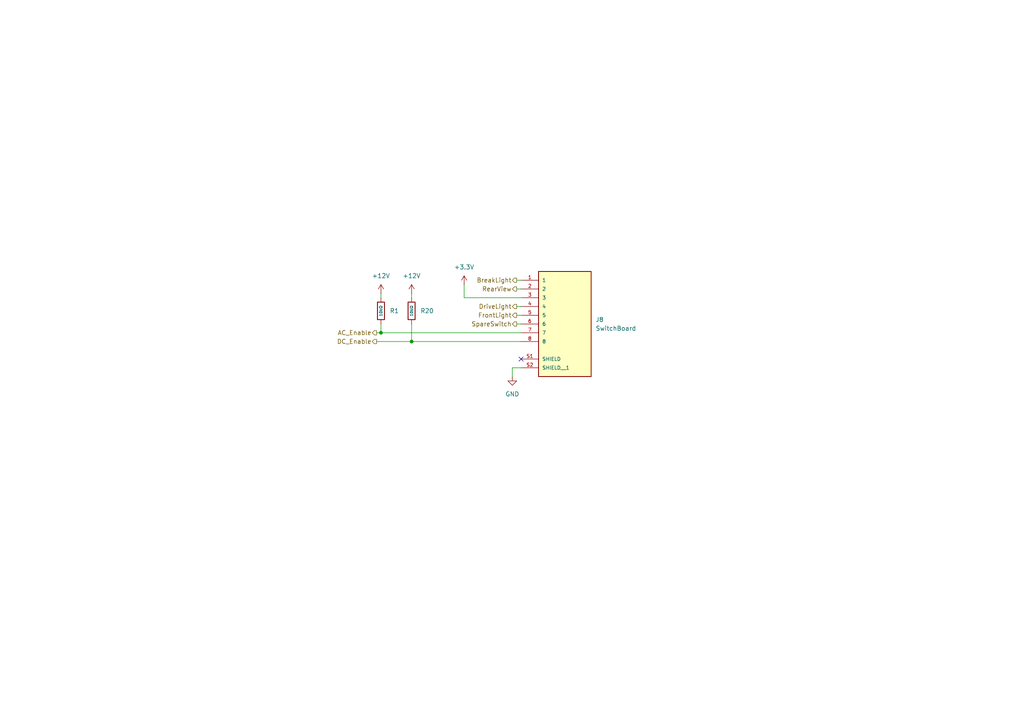
<source format=kicad_sch>
(kicad_sch
	(version 20250114)
	(generator "eeschema")
	(generator_version "9.0")
	(uuid "96fa6e43-7018-463d-8e1f-7b6e3ff9f282")
	(paper "A4")
	(title_block
		(title "Connector to SwitchBoard")
		(date "2025-11-06")
		(rev "0")
		(company "Solar Energy Racers")
	)
	(lib_symbols
		(symbol "Imported_Symbols:CRJ027-1-TH"
			(pin_names
				(offset 1.016)
			)
			(exclude_from_sim no)
			(in_bom yes)
			(on_board yes)
			(property "Reference" "J"
				(at -7.62 13.97 0)
				(effects
					(font
						(size 1.27 1.27)
					)
					(justify left bottom)
				)
			)
			(property "Value" "CRJ027-1-TH"
				(at -7.62 -19.05 0)
				(effects
					(font
						(size 1.27 1.27)
					)
					(justify left top)
				)
			)
			(property "Footprint" "Imported_Footprints:CUI_CRJ027-1-TH"
				(at 0 0 0)
				(effects
					(font
						(size 1.27 1.27)
					)
					(justify bottom)
					(hide yes)
				)
			)
			(property "Datasheet" ""
				(at 0 0 0)
				(effects
					(font
						(size 1.27 1.27)
					)
					(hide yes)
				)
			)
			(property "Description" ""
				(at 0 0 0)
				(effects
					(font
						(size 1.27 1.27)
					)
					(hide yes)
				)
			)
			(property "PARTREV" "1.0"
				(at 0 0 0)
				(effects
					(font
						(size 1.27 1.27)
					)
					(justify bottom)
					(hide yes)
				)
			)
			(property "STANDARD" "Manufacturer Recommendations"
				(at 0 0 0)
				(effects
					(font
						(size 1.27 1.27)
					)
					(justify bottom)
					(hide yes)
				)
			)
			(property "MAXIMUM_PACKAGE_HEIGHT" "16.55mm"
				(at 0 0 0)
				(effects
					(font
						(size 1.27 1.27)
					)
					(justify bottom)
					(hide yes)
				)
			)
			(property "MANUFACTURER" "CUI Devices"
				(at 0 0 0)
				(effects
					(font
						(size 1.27 1.27)
					)
					(justify bottom)
					(hide yes)
				)
			)
			(symbol "CRJ027-1-TH_0_0"
				(rectangle
					(start -7.62 12.7)
					(end 7.62 -17.78)
					(stroke
						(width 0.254)
						(type default)
					)
					(fill
						(type background)
					)
				)
				(pin passive line
					(at -12.7 10.16 0)
					(length 5.08)
					(name "1"
						(effects
							(font
								(size 1.016 1.016)
							)
						)
					)
					(number "1"
						(effects
							(font
								(size 1.016 1.016)
							)
						)
					)
				)
				(pin passive line
					(at -12.7 7.62 0)
					(length 5.08)
					(name "2"
						(effects
							(font
								(size 1.016 1.016)
							)
						)
					)
					(number "2"
						(effects
							(font
								(size 1.016 1.016)
							)
						)
					)
				)
				(pin passive line
					(at -12.7 5.08 0)
					(length 5.08)
					(name "3"
						(effects
							(font
								(size 1.016 1.016)
							)
						)
					)
					(number "3"
						(effects
							(font
								(size 1.016 1.016)
							)
						)
					)
				)
				(pin passive line
					(at -12.7 2.54 0)
					(length 5.08)
					(name "4"
						(effects
							(font
								(size 1.016 1.016)
							)
						)
					)
					(number "4"
						(effects
							(font
								(size 1.016 1.016)
							)
						)
					)
				)
				(pin passive line
					(at -12.7 0 0)
					(length 5.08)
					(name "5"
						(effects
							(font
								(size 1.016 1.016)
							)
						)
					)
					(number "5"
						(effects
							(font
								(size 1.016 1.016)
							)
						)
					)
				)
				(pin passive line
					(at -12.7 -2.54 0)
					(length 5.08)
					(name "6"
						(effects
							(font
								(size 1.016 1.016)
							)
						)
					)
					(number "6"
						(effects
							(font
								(size 1.016 1.016)
							)
						)
					)
				)
				(pin passive line
					(at -12.7 -5.08 0)
					(length 5.08)
					(name "7"
						(effects
							(font
								(size 1.016 1.016)
							)
						)
					)
					(number "7"
						(effects
							(font
								(size 1.016 1.016)
							)
						)
					)
				)
				(pin passive line
					(at -12.7 -7.62 0)
					(length 5.08)
					(name "8"
						(effects
							(font
								(size 1.016 1.016)
							)
						)
					)
					(number "8"
						(effects
							(font
								(size 1.016 1.016)
							)
						)
					)
				)
				(pin passive line
					(at -12.7 -12.7 0)
					(length 5.08)
					(name "SHIELD"
						(effects
							(font
								(size 1.016 1.016)
							)
						)
					)
					(number "S1"
						(effects
							(font
								(size 1.016 1.016)
							)
						)
					)
				)
				(pin passive line
					(at -12.7 -15.24 0)
					(length 5.08)
					(name "SHIELD__1"
						(effects
							(font
								(size 1.016 1.016)
							)
						)
					)
					(number "S2"
						(effects
							(font
								(size 1.016 1.016)
							)
						)
					)
				)
			)
			(embedded_fonts no)
		)
		(symbol "PCM_JLCPCB-Resistors:0603,10kΩ"
			(pin_numbers
				(hide yes)
			)
			(pin_names
				(offset 0)
			)
			(exclude_from_sim no)
			(in_bom yes)
			(on_board yes)
			(property "Reference" "R"
				(at 1.778 0 0)
				(effects
					(font
						(size 1.27 1.27)
					)
					(justify left)
				)
			)
			(property "Value" "10kΩ"
				(at 0 0 90)
				(do_not_autoplace)
				(effects
					(font
						(size 0.8 0.8)
					)
				)
			)
			(property "Footprint" "PCM_JLCPCB:R_0603"
				(at -1.778 0 90)
				(effects
					(font
						(size 1.27 1.27)
					)
					(hide yes)
				)
			)
			(property "Datasheet" "https://www.lcsc.com/datasheet/lcsc_datasheet_2206010045_UNI-ROYAL-Uniroyal-Elec-0603WAF1002T5E_C25804.pdf"
				(at 0 0 0)
				(effects
					(font
						(size 1.27 1.27)
					)
					(hide yes)
				)
			)
			(property "Description" "100mW Thick Film Resistors 75V ±100ppm/°C ±1% 10kΩ 0603 Chip Resistor - Surface Mount ROHS"
				(at 0 0 0)
				(effects
					(font
						(size 1.27 1.27)
					)
					(hide yes)
				)
			)
			(property "LCSC" "C25804"
				(at 0 0 0)
				(effects
					(font
						(size 1.27 1.27)
					)
					(hide yes)
				)
			)
			(property "Stock" "51181774"
				(at 0 0 0)
				(effects
					(font
						(size 1.27 1.27)
					)
					(hide yes)
				)
			)
			(property "Price" "0.004USD"
				(at 0 0 0)
				(effects
					(font
						(size 1.27 1.27)
					)
					(hide yes)
				)
			)
			(property "Process" "SMT"
				(at 0 0 0)
				(effects
					(font
						(size 1.27 1.27)
					)
					(hide yes)
				)
			)
			(property "Minimum Qty" "20"
				(at 0 0 0)
				(effects
					(font
						(size 1.27 1.27)
					)
					(hide yes)
				)
			)
			(property "Attrition Qty" "10"
				(at 0 0 0)
				(effects
					(font
						(size 1.27 1.27)
					)
					(hide yes)
				)
			)
			(property "Class" "Basic Component"
				(at 0 0 0)
				(effects
					(font
						(size 1.27 1.27)
					)
					(hide yes)
				)
			)
			(property "Category" "Resistors,Chip Resistor - Surface Mount"
				(at 0 0 0)
				(effects
					(font
						(size 1.27 1.27)
					)
					(hide yes)
				)
			)
			(property "Manufacturer" "UNI-ROYAL(Uniroyal Elec)"
				(at 0 0 0)
				(effects
					(font
						(size 1.27 1.27)
					)
					(hide yes)
				)
			)
			(property "Part" "0603WAF1002T5E"
				(at 0 0 0)
				(effects
					(font
						(size 1.27 1.27)
					)
					(hide yes)
				)
			)
			(property "Resistance" "10kΩ"
				(at 0 0 0)
				(effects
					(font
						(size 1.27 1.27)
					)
					(hide yes)
				)
			)
			(property "Power(Watts)" "100mW"
				(at 0 0 0)
				(effects
					(font
						(size 1.27 1.27)
					)
					(hide yes)
				)
			)
			(property "Type" "Thick Film Resistors"
				(at 0 0 0)
				(effects
					(font
						(size 1.27 1.27)
					)
					(hide yes)
				)
			)
			(property "Overload Voltage (Max)" "75V"
				(at 0 0 0)
				(effects
					(font
						(size 1.27 1.27)
					)
					(hide yes)
				)
			)
			(property "Operating Temperature Range" "-55°C~+155°C"
				(at 0 0 0)
				(effects
					(font
						(size 1.27 1.27)
					)
					(hide yes)
				)
			)
			(property "Tolerance" "±1%"
				(at 0 0 0)
				(effects
					(font
						(size 1.27 1.27)
					)
					(hide yes)
				)
			)
			(property "Temperature Coefficient" "±100ppm/°C"
				(at 0 0 0)
				(effects
					(font
						(size 1.27 1.27)
					)
					(hide yes)
				)
			)
			(property "ki_fp_filters" "R_*"
				(at 0 0 0)
				(effects
					(font
						(size 1.27 1.27)
					)
					(hide yes)
				)
			)
			(symbol "0603,10kΩ_0_1"
				(rectangle
					(start -1.016 2.54)
					(end 1.016 -2.54)
					(stroke
						(width 0.254)
						(type default)
					)
					(fill
						(type none)
					)
				)
			)
			(symbol "0603,10kΩ_1_1"
				(pin passive line
					(at 0 3.81 270)
					(length 1.27)
					(name "~"
						(effects
							(font
								(size 1.27 1.27)
							)
						)
					)
					(number "1"
						(effects
							(font
								(size 1.27 1.27)
							)
						)
					)
				)
				(pin passive line
					(at 0 -3.81 90)
					(length 1.27)
					(name "~"
						(effects
							(font
								(size 1.27 1.27)
							)
						)
					)
					(number "2"
						(effects
							(font
								(size 1.27 1.27)
							)
						)
					)
				)
			)
			(embedded_fonts no)
		)
		(symbol "power:+12V"
			(power)
			(pin_numbers
				(hide yes)
			)
			(pin_names
				(offset 0)
				(hide yes)
			)
			(exclude_from_sim no)
			(in_bom yes)
			(on_board yes)
			(property "Reference" "#PWR"
				(at 0 -3.81 0)
				(effects
					(font
						(size 1.27 1.27)
					)
					(hide yes)
				)
			)
			(property "Value" "+12V"
				(at 0 3.556 0)
				(effects
					(font
						(size 1.27 1.27)
					)
				)
			)
			(property "Footprint" ""
				(at 0 0 0)
				(effects
					(font
						(size 1.27 1.27)
					)
					(hide yes)
				)
			)
			(property "Datasheet" ""
				(at 0 0 0)
				(effects
					(font
						(size 1.27 1.27)
					)
					(hide yes)
				)
			)
			(property "Description" "Power symbol creates a global label with name \"+12V\""
				(at 0 0 0)
				(effects
					(font
						(size 1.27 1.27)
					)
					(hide yes)
				)
			)
			(property "ki_keywords" "global power"
				(at 0 0 0)
				(effects
					(font
						(size 1.27 1.27)
					)
					(hide yes)
				)
			)
			(symbol "+12V_0_1"
				(polyline
					(pts
						(xy -0.762 1.27) (xy 0 2.54)
					)
					(stroke
						(width 0)
						(type default)
					)
					(fill
						(type none)
					)
				)
				(polyline
					(pts
						(xy 0 2.54) (xy 0.762 1.27)
					)
					(stroke
						(width 0)
						(type default)
					)
					(fill
						(type none)
					)
				)
				(polyline
					(pts
						(xy 0 0) (xy 0 2.54)
					)
					(stroke
						(width 0)
						(type default)
					)
					(fill
						(type none)
					)
				)
			)
			(symbol "+12V_1_1"
				(pin power_in line
					(at 0 0 90)
					(length 0)
					(name "~"
						(effects
							(font
								(size 1.27 1.27)
							)
						)
					)
					(number "1"
						(effects
							(font
								(size 1.27 1.27)
							)
						)
					)
				)
			)
			(embedded_fonts no)
		)
		(symbol "power:+3.3V"
			(power)
			(pin_numbers
				(hide yes)
			)
			(pin_names
				(offset 0)
				(hide yes)
			)
			(exclude_from_sim no)
			(in_bom yes)
			(on_board yes)
			(property "Reference" "#PWR"
				(at 0 -3.81 0)
				(effects
					(font
						(size 1.27 1.27)
					)
					(hide yes)
				)
			)
			(property "Value" "+3.3V"
				(at 0 3.556 0)
				(effects
					(font
						(size 1.27 1.27)
					)
				)
			)
			(property "Footprint" ""
				(at 0 0 0)
				(effects
					(font
						(size 1.27 1.27)
					)
					(hide yes)
				)
			)
			(property "Datasheet" ""
				(at 0 0 0)
				(effects
					(font
						(size 1.27 1.27)
					)
					(hide yes)
				)
			)
			(property "Description" "Power symbol creates a global label with name \"+3.3V\""
				(at 0 0 0)
				(effects
					(font
						(size 1.27 1.27)
					)
					(hide yes)
				)
			)
			(property "ki_keywords" "global power"
				(at 0 0 0)
				(effects
					(font
						(size 1.27 1.27)
					)
					(hide yes)
				)
			)
			(symbol "+3.3V_0_1"
				(polyline
					(pts
						(xy -0.762 1.27) (xy 0 2.54)
					)
					(stroke
						(width 0)
						(type default)
					)
					(fill
						(type none)
					)
				)
				(polyline
					(pts
						(xy 0 2.54) (xy 0.762 1.27)
					)
					(stroke
						(width 0)
						(type default)
					)
					(fill
						(type none)
					)
				)
				(polyline
					(pts
						(xy 0 0) (xy 0 2.54)
					)
					(stroke
						(width 0)
						(type default)
					)
					(fill
						(type none)
					)
				)
			)
			(symbol "+3.3V_1_1"
				(pin power_in line
					(at 0 0 90)
					(length 0)
					(name "~"
						(effects
							(font
								(size 1.27 1.27)
							)
						)
					)
					(number "1"
						(effects
							(font
								(size 1.27 1.27)
							)
						)
					)
				)
			)
			(embedded_fonts no)
		)
		(symbol "power:GND"
			(power)
			(pin_numbers
				(hide yes)
			)
			(pin_names
				(offset 0)
				(hide yes)
			)
			(exclude_from_sim no)
			(in_bom yes)
			(on_board yes)
			(property "Reference" "#PWR"
				(at 0 -6.35 0)
				(effects
					(font
						(size 1.27 1.27)
					)
					(hide yes)
				)
			)
			(property "Value" "GND"
				(at 0 -3.81 0)
				(effects
					(font
						(size 1.27 1.27)
					)
				)
			)
			(property "Footprint" ""
				(at 0 0 0)
				(effects
					(font
						(size 1.27 1.27)
					)
					(hide yes)
				)
			)
			(property "Datasheet" ""
				(at 0 0 0)
				(effects
					(font
						(size 1.27 1.27)
					)
					(hide yes)
				)
			)
			(property "Description" "Power symbol creates a global label with name \"GND\" , ground"
				(at 0 0 0)
				(effects
					(font
						(size 1.27 1.27)
					)
					(hide yes)
				)
			)
			(property "ki_keywords" "global power"
				(at 0 0 0)
				(effects
					(font
						(size 1.27 1.27)
					)
					(hide yes)
				)
			)
			(symbol "GND_0_1"
				(polyline
					(pts
						(xy 0 0) (xy 0 -1.27) (xy 1.27 -1.27) (xy 0 -2.54) (xy -1.27 -1.27) (xy 0 -1.27)
					)
					(stroke
						(width 0)
						(type default)
					)
					(fill
						(type none)
					)
				)
			)
			(symbol "GND_1_1"
				(pin power_in line
					(at 0 0 270)
					(length 0)
					(name "~"
						(effects
							(font
								(size 1.27 1.27)
							)
						)
					)
					(number "1"
						(effects
							(font
								(size 1.27 1.27)
							)
						)
					)
				)
			)
			(embedded_fonts no)
		)
	)
	(junction
		(at 110.49 96.52)
		(diameter 0)
		(color 0 0 0 0)
		(uuid "0b078593-f75b-4c45-b985-605e51959c29")
	)
	(junction
		(at 119.38 99.06)
		(diameter 0)
		(color 0 0 0 0)
		(uuid "b7d63896-907a-4ea1-ad92-864298ee38e9")
	)
	(no_connect
		(at 151.13 104.14)
		(uuid "e11e7efb-1f9e-4a9d-b4ec-93c0385d53b6")
	)
	(wire
		(pts
			(xy 149.86 91.44) (xy 151.13 91.44)
		)
		(stroke
			(width 0)
			(type default)
		)
		(uuid "01202b1c-b4af-457b-a349-9e5b8a1aa6a0")
	)
	(wire
		(pts
			(xy 134.62 82.55) (xy 134.62 86.36)
		)
		(stroke
			(width 0)
			(type default)
		)
		(uuid "0f14bc14-bdbc-472e-81f6-6638768d20bc")
	)
	(wire
		(pts
			(xy 148.59 106.68) (xy 148.59 109.22)
		)
		(stroke
			(width 0)
			(type default)
		)
		(uuid "24059e31-2ebd-4fb5-8586-c900da45d56b")
	)
	(wire
		(pts
			(xy 151.13 106.68) (xy 148.59 106.68)
		)
		(stroke
			(width 0)
			(type default)
		)
		(uuid "44426534-016c-455a-8522-c072182e80d5")
	)
	(wire
		(pts
			(xy 110.49 85.09) (xy 110.49 86.36)
		)
		(stroke
			(width 0)
			(type default)
		)
		(uuid "46edf403-dbb5-4dce-ac92-b30bf1bd5442")
	)
	(wire
		(pts
			(xy 110.49 96.52) (xy 151.13 96.52)
		)
		(stroke
			(width 0)
			(type default)
		)
		(uuid "49c78f46-f14b-43b6-a42c-c0a9eaf54628")
	)
	(wire
		(pts
			(xy 149.86 83.82) (xy 151.13 83.82)
		)
		(stroke
			(width 0)
			(type default)
		)
		(uuid "61f31cce-a087-4ac1-9368-da6d551a96ac")
	)
	(wire
		(pts
			(xy 149.86 93.98) (xy 151.13 93.98)
		)
		(stroke
			(width 0)
			(type default)
		)
		(uuid "89f960b3-0bbd-4243-98b6-34ac1d0ed176")
	)
	(wire
		(pts
			(xy 119.38 93.98) (xy 119.38 99.06)
		)
		(stroke
			(width 0)
			(type default)
		)
		(uuid "8a4ea49f-0f3a-4f4a-a076-6e3eaf55f4a5")
	)
	(wire
		(pts
			(xy 149.86 88.9) (xy 151.13 88.9)
		)
		(stroke
			(width 0)
			(type default)
		)
		(uuid "8c48550a-da42-4e24-8461-f7aefc95974f")
	)
	(wire
		(pts
			(xy 110.49 93.98) (xy 110.49 96.52)
		)
		(stroke
			(width 0)
			(type default)
		)
		(uuid "8c8ae76b-f792-4d55-9626-502d9aceaf00")
	)
	(wire
		(pts
			(xy 119.38 99.06) (xy 151.13 99.06)
		)
		(stroke
			(width 0)
			(type default)
		)
		(uuid "9c65997b-b920-462e-852f-a658450e500f")
	)
	(wire
		(pts
			(xy 149.86 81.28) (xy 151.13 81.28)
		)
		(stroke
			(width 0)
			(type default)
		)
		(uuid "9d6a1a01-5822-41d8-8a3c-c3ca89a69e35")
	)
	(wire
		(pts
			(xy 109.22 96.52) (xy 110.49 96.52)
		)
		(stroke
			(width 0)
			(type default)
		)
		(uuid "c1f9ed01-f761-4220-af28-54f5886cae81")
	)
	(wire
		(pts
			(xy 109.22 99.06) (xy 119.38 99.06)
		)
		(stroke
			(width 0)
			(type default)
		)
		(uuid "d698ea37-1db5-4b3d-879a-1666e758aeb0")
	)
	(wire
		(pts
			(xy 119.38 85.09) (xy 119.38 86.36)
		)
		(stroke
			(width 0)
			(type default)
		)
		(uuid "ea57fb15-9c99-4e50-bc33-26f36a2fdc61")
	)
	(wire
		(pts
			(xy 151.13 86.36) (xy 134.62 86.36)
		)
		(stroke
			(width 0)
			(type default)
		)
		(uuid "f47d6a35-de4d-4b16-ba00-0b0cb98fcc6c")
	)
	(hierarchical_label "FrontLight"
		(shape output)
		(at 149.86 91.44 180)
		(effects
			(font
				(size 1.27 1.27)
			)
			(justify right)
		)
		(uuid "00a2afb5-b0c7-44d3-bee4-f07ad74f5bef")
	)
	(hierarchical_label "AC_Enable"
		(shape output)
		(at 109.22 96.52 180)
		(effects
			(font
				(size 1.27 1.27)
			)
			(justify right)
		)
		(uuid "42c53e0b-81ee-45cf-8aab-5f80d5815362")
	)
	(hierarchical_label "RearView"
		(shape output)
		(at 149.86 83.82 180)
		(effects
			(font
				(size 1.27 1.27)
			)
			(justify right)
		)
		(uuid "9a8b42d8-192a-427b-9358-d51517635330")
	)
	(hierarchical_label "BreakLight"
		(shape output)
		(at 149.86 81.28 180)
		(effects
			(font
				(size 1.27 1.27)
			)
			(justify right)
		)
		(uuid "a0717091-99d9-4a8f-866b-47c8301582c3")
	)
	(hierarchical_label "DriveLight"
		(shape output)
		(at 149.86 88.9 180)
		(effects
			(font
				(size 1.27 1.27)
			)
			(justify right)
		)
		(uuid "a947608c-280d-43f5-bce3-b6ee3907c806")
	)
	(hierarchical_label "DC_Enable"
		(shape output)
		(at 109.22 99.06 180)
		(effects
			(font
				(size 1.27 1.27)
			)
			(justify right)
		)
		(uuid "de567468-62b6-4918-8bfc-74376d10c29c")
	)
	(hierarchical_label "SpareSwitch"
		(shape output)
		(at 149.86 93.98 180)
		(effects
			(font
				(size 1.27 1.27)
			)
			(justify right)
		)
		(uuid "deb68475-4c3c-42cc-831c-093636946c0c")
	)
	(symbol
		(lib_id "power:+3.3V")
		(at 134.62 82.55 0)
		(unit 1)
		(exclude_from_sim no)
		(in_bom yes)
		(on_board yes)
		(dnp no)
		(fields_autoplaced yes)
		(uuid "004410a8-1417-4a91-b388-c442d95b328f")
		(property "Reference" "#PWR050"
			(at 134.62 86.36 0)
			(effects
				(font
					(size 1.27 1.27)
				)
				(hide yes)
			)
		)
		(property "Value" "+3.3V"
			(at 134.62 77.47 0)
			(effects
				(font
					(size 1.27 1.27)
				)
			)
		)
		(property "Footprint" ""
			(at 134.62 82.55 0)
			(effects
				(font
					(size 1.27 1.27)
				)
				(hide yes)
			)
		)
		(property "Datasheet" ""
			(at 134.62 82.55 0)
			(effects
				(font
					(size 1.27 1.27)
				)
				(hide yes)
			)
		)
		(property "Description" "Power symbol creates a global label with name \"+3.3V\""
			(at 134.62 82.55 0)
			(effects
				(font
					(size 1.27 1.27)
				)
				(hide yes)
			)
		)
		(pin "1"
			(uuid "e1690ed3-4839-42ce-ad97-0e554ddaddb4")
		)
		(instances
			(project "ChassisBoard"
				(path "/51b3c342-1c8f-498a-a363-405f5ee5d63b/f2cc7881-a718-4aad-861f-d78cbce483d4"
					(reference "#PWR050")
					(unit 1)
				)
			)
		)
	)
	(symbol
		(lib_id "PCM_JLCPCB-Resistors:0603,10kΩ")
		(at 119.38 90.17 0)
		(unit 1)
		(exclude_from_sim no)
		(in_bom yes)
		(on_board yes)
		(dnp no)
		(fields_autoplaced yes)
		(uuid "1ee88768-845c-40f8-b9cc-d6326a005a90")
		(property "Reference" "R20"
			(at 121.92 90.1699 0)
			(effects
				(font
					(size 1.27 1.27)
				)
				(justify left)
			)
		)
		(property "Value" "10kΩ"
			(at 119.38 90.17 90)
			(do_not_autoplace yes)
			(effects
				(font
					(size 0.8 0.8)
				)
			)
		)
		(property "Footprint" "PCM_JLCPCB:R_0603"
			(at 117.602 90.17 90)
			(effects
				(font
					(size 1.27 1.27)
				)
				(hide yes)
			)
		)
		(property "Datasheet" "https://www.lcsc.com/datasheet/lcsc_datasheet_2206010045_UNI-ROYAL-Uniroyal-Elec-0603WAF1002T5E_C25804.pdf"
			(at 119.38 90.17 0)
			(effects
				(font
					(size 1.27 1.27)
				)
				(hide yes)
			)
		)
		(property "Description" "100mW Thick Film Resistors 75V ±100ppm/°C ±1% 10kΩ 0603 Chip Resistor - Surface Mount ROHS"
			(at 119.38 90.17 0)
			(effects
				(font
					(size 1.27 1.27)
				)
				(hide yes)
			)
		)
		(property "LCSC" "C25804"
			(at 119.38 90.17 0)
			(effects
				(font
					(size 1.27 1.27)
				)
				(hide yes)
			)
		)
		(property "Stock" "51181774"
			(at 119.38 90.17 0)
			(effects
				(font
					(size 1.27 1.27)
				)
				(hide yes)
			)
		)
		(property "Price" "0.004USD"
			(at 119.38 90.17 0)
			(effects
				(font
					(size 1.27 1.27)
				)
				(hide yes)
			)
		)
		(property "Process" "SMT"
			(at 119.38 90.17 0)
			(effects
				(font
					(size 1.27 1.27)
				)
				(hide yes)
			)
		)
		(property "Minimum Qty" "20"
			(at 119.38 90.17 0)
			(effects
				(font
					(size 1.27 1.27)
				)
				(hide yes)
			)
		)
		(property "Attrition Qty" "10"
			(at 119.38 90.17 0)
			(effects
				(font
					(size 1.27 1.27)
				)
				(hide yes)
			)
		)
		(property "Class" "Basic Component"
			(at 119.38 90.17 0)
			(effects
				(font
					(size 1.27 1.27)
				)
				(hide yes)
			)
		)
		(property "Category" "Resistors,Chip Resistor - Surface Mount"
			(at 119.38 90.17 0)
			(effects
				(font
					(size 1.27 1.27)
				)
				(hide yes)
			)
		)
		(property "Manufacturer" "UNI-ROYAL(Uniroyal Elec)"
			(at 119.38 90.17 0)
			(effects
				(font
					(size 1.27 1.27)
				)
				(hide yes)
			)
		)
		(property "Part" "0603WAF1002T5E"
			(at 119.38 90.17 0)
			(effects
				(font
					(size 1.27 1.27)
				)
				(hide yes)
			)
		)
		(property "Resistance" "10kΩ"
			(at 119.38 90.17 0)
			(effects
				(font
					(size 1.27 1.27)
				)
				(hide yes)
			)
		)
		(property "Power(Watts)" "100mW"
			(at 119.38 90.17 0)
			(effects
				(font
					(size 1.27 1.27)
				)
				(hide yes)
			)
		)
		(property "Type" "Thick Film Resistors"
			(at 119.38 90.17 0)
			(effects
				(font
					(size 1.27 1.27)
				)
				(hide yes)
			)
		)
		(property "Overload Voltage (Max)" "75V"
			(at 119.38 90.17 0)
			(effects
				(font
					(size 1.27 1.27)
				)
				(hide yes)
			)
		)
		(property "Operating Temperature Range" "-55°C~+155°C"
			(at 119.38 90.17 0)
			(effects
				(font
					(size 1.27 1.27)
				)
				(hide yes)
			)
		)
		(property "Tolerance" "±1%"
			(at 119.38 90.17 0)
			(effects
				(font
					(size 1.27 1.27)
				)
				(hide yes)
			)
		)
		(property "Temperature Coefficient" "±100ppm/°C"
			(at 119.38 90.17 0)
			(effects
				(font
					(size 1.27 1.27)
				)
				(hide yes)
			)
		)
		(pin "2"
			(uuid "0d899db9-8b9a-4ed3-a50f-a224db4890ac")
		)
		(pin "1"
			(uuid "6d65efd0-9894-4fd3-ae6f-c0b7ef1257f9")
		)
		(instances
			(project ""
				(path "/51b3c342-1c8f-498a-a363-405f5ee5d63b/f2cc7881-a718-4aad-861f-d78cbce483d4"
					(reference "R20")
					(unit 1)
				)
			)
		)
	)
	(symbol
		(lib_id "power:+12V")
		(at 119.38 85.09 0)
		(unit 1)
		(exclude_from_sim no)
		(in_bom yes)
		(on_board yes)
		(dnp no)
		(fields_autoplaced yes)
		(uuid "20ee84ba-b846-46ee-b50f-60519dea8b59")
		(property "Reference" "#PWR030"
			(at 119.38 88.9 0)
			(effects
				(font
					(size 1.27 1.27)
				)
				(hide yes)
			)
		)
		(property "Value" "+12V"
			(at 119.38 80.01 0)
			(effects
				(font
					(size 1.27 1.27)
				)
			)
		)
		(property "Footprint" ""
			(at 119.38 85.09 0)
			(effects
				(font
					(size 1.27 1.27)
				)
				(hide yes)
			)
		)
		(property "Datasheet" ""
			(at 119.38 85.09 0)
			(effects
				(font
					(size 1.27 1.27)
				)
				(hide yes)
			)
		)
		(property "Description" "Power symbol creates a global label with name \"+12V\""
			(at 119.38 85.09 0)
			(effects
				(font
					(size 1.27 1.27)
				)
				(hide yes)
			)
		)
		(pin "1"
			(uuid "c21d09ae-df1e-48b3-8bd8-05e93fe1a9f8")
		)
		(instances
			(project ""
				(path "/51b3c342-1c8f-498a-a363-405f5ee5d63b/f2cc7881-a718-4aad-861f-d78cbce483d4"
					(reference "#PWR030")
					(unit 1)
				)
			)
		)
	)
	(symbol
		(lib_id "power:+12V")
		(at 110.49 85.09 0)
		(unit 1)
		(exclude_from_sim no)
		(in_bom yes)
		(on_board yes)
		(dnp no)
		(fields_autoplaced yes)
		(uuid "419064c2-a25d-49ac-9e01-d2d191b31f76")
		(property "Reference" "#PWR07"
			(at 110.49 88.9 0)
			(effects
				(font
					(size 1.27 1.27)
				)
				(hide yes)
			)
		)
		(property "Value" "+12V"
			(at 110.49 80.01 0)
			(effects
				(font
					(size 1.27 1.27)
				)
			)
		)
		(property "Footprint" ""
			(at 110.49 85.09 0)
			(effects
				(font
					(size 1.27 1.27)
				)
				(hide yes)
			)
		)
		(property "Datasheet" ""
			(at 110.49 85.09 0)
			(effects
				(font
					(size 1.27 1.27)
				)
				(hide yes)
			)
		)
		(property "Description" "Power symbol creates a global label with name \"+12V\""
			(at 110.49 85.09 0)
			(effects
				(font
					(size 1.27 1.27)
				)
				(hide yes)
			)
		)
		(pin "1"
			(uuid "c21d09ae-df1e-48b3-8bd8-05e93fe1a9f9")
		)
		(instances
			(project ""
				(path "/51b3c342-1c8f-498a-a363-405f5ee5d63b/f2cc7881-a718-4aad-861f-d78cbce483d4"
					(reference "#PWR07")
					(unit 1)
				)
			)
		)
	)
	(symbol
		(lib_id "power:GND")
		(at 148.59 109.22 0)
		(unit 1)
		(exclude_from_sim no)
		(in_bom yes)
		(on_board yes)
		(dnp no)
		(fields_autoplaced yes)
		(uuid "53cac626-9207-4a87-abed-8ceb5683f0fc")
		(property "Reference" "#PWR051"
			(at 148.59 115.57 0)
			(effects
				(font
					(size 1.27 1.27)
				)
				(hide yes)
			)
		)
		(property "Value" "GND"
			(at 148.59 114.3 0)
			(effects
				(font
					(size 1.27 1.27)
				)
			)
		)
		(property "Footprint" ""
			(at 148.59 109.22 0)
			(effects
				(font
					(size 1.27 1.27)
				)
				(hide yes)
			)
		)
		(property "Datasheet" ""
			(at 148.59 109.22 0)
			(effects
				(font
					(size 1.27 1.27)
				)
				(hide yes)
			)
		)
		(property "Description" "Power symbol creates a global label with name \"GND\" , ground"
			(at 148.59 109.22 0)
			(effects
				(font
					(size 1.27 1.27)
				)
				(hide yes)
			)
		)
		(pin "1"
			(uuid "8a8e4a1c-bf09-47cd-b974-ad93dc89531f")
		)
		(instances
			(project "ChassisBoard"
				(path "/51b3c342-1c8f-498a-a363-405f5ee5d63b/f2cc7881-a718-4aad-861f-d78cbce483d4"
					(reference "#PWR051")
					(unit 1)
				)
			)
		)
	)
	(symbol
		(lib_id "Imported_Symbols:CRJ027-1-TH")
		(at 163.83 91.44 0)
		(unit 1)
		(exclude_from_sim no)
		(in_bom yes)
		(on_board yes)
		(dnp no)
		(fields_autoplaced yes)
		(uuid "9033d4a0-de29-4337-988e-cb26e8f96b68")
		(property "Reference" "J8"
			(at 172.72 92.7099 0)
			(effects
				(font
					(size 1.27 1.27)
				)
				(justify left)
			)
		)
		(property "Value" "SwitchBoard"
			(at 172.72 95.2499 0)
			(effects
				(font
					(size 1.27 1.27)
				)
				(justify left)
			)
		)
		(property "Footprint" "Imported_Footprints:CUI_CRJ027-1-TH"
			(at 163.83 91.44 0)
			(effects
				(font
					(size 1.27 1.27)
				)
				(justify bottom)
				(hide yes)
			)
		)
		(property "Datasheet" ""
			(at 163.83 91.44 0)
			(effects
				(font
					(size 1.27 1.27)
				)
				(hide yes)
			)
		)
		(property "Description" ""
			(at 163.83 91.44 0)
			(effects
				(font
					(size 1.27 1.27)
				)
				(hide yes)
			)
		)
		(property "PARTREV" "1.0"
			(at 163.83 91.44 0)
			(effects
				(font
					(size 1.27 1.27)
				)
				(justify bottom)
				(hide yes)
			)
		)
		(property "STANDARD" "Manufacturer Recommendations"
			(at 163.83 91.44 0)
			(effects
				(font
					(size 1.27 1.27)
				)
				(justify bottom)
				(hide yes)
			)
		)
		(property "MAXIMUM_PACKAGE_HEIGHT" "16.55mm"
			(at 163.83 91.44 0)
			(effects
				(font
					(size 1.27 1.27)
				)
				(justify bottom)
				(hide yes)
			)
		)
		(property "MANUFACTURER" "CUI Devices"
			(at 163.83 91.44 0)
			(effects
				(font
					(size 1.27 1.27)
				)
				(justify bottom)
				(hide yes)
			)
		)
		(pin "3"
			(uuid "c790fbb5-dbe3-451d-8897-3f2f957ea97b")
		)
		(pin "7"
			(uuid "23400335-99bd-4cfe-884f-1472b6285e65")
		)
		(pin "S1"
			(uuid "282f1fc1-8ba2-44f5-83e3-60b9d5ef727d")
		)
		(pin "S2"
			(uuid "6e5d5326-eaa6-4a83-99ae-6c0be0b3a06b")
		)
		(pin "8"
			(uuid "73cd250f-885b-4790-b511-b0865112931a")
		)
		(pin "2"
			(uuid "c19f5998-c745-4b1b-a45a-dee845a37400")
		)
		(pin "4"
			(uuid "a3fb847b-0276-47d3-9a14-cb7619235fae")
		)
		(pin "1"
			(uuid "7109b2db-4717-4f8d-b92f-16790d4bf71b")
		)
		(pin "6"
			(uuid "64d3a576-7b17-4abb-9001-668cff32a6e3")
		)
		(pin "5"
			(uuid "fe8b674b-29e5-4383-9acd-087bc4f247cc")
		)
		(instances
			(project "ChassisBoard"
				(path "/51b3c342-1c8f-498a-a363-405f5ee5d63b/f2cc7881-a718-4aad-861f-d78cbce483d4"
					(reference "J8")
					(unit 1)
				)
			)
		)
	)
	(symbol
		(lib_id "PCM_JLCPCB-Resistors:0603,10kΩ")
		(at 110.49 90.17 0)
		(unit 1)
		(exclude_from_sim no)
		(in_bom yes)
		(on_board yes)
		(dnp no)
		(fields_autoplaced yes)
		(uuid "eff23a26-fb89-4d07-85ce-2417ff5ab9ee")
		(property "Reference" "R1"
			(at 113.03 90.1699 0)
			(effects
				(font
					(size 1.27 1.27)
				)
				(justify left)
			)
		)
		(property "Value" "10kΩ"
			(at 110.49 90.17 90)
			(do_not_autoplace yes)
			(effects
				(font
					(size 0.8 0.8)
				)
			)
		)
		(property "Footprint" "PCM_JLCPCB:R_0603"
			(at 108.712 90.17 90)
			(effects
				(font
					(size 1.27 1.27)
				)
				(hide yes)
			)
		)
		(property "Datasheet" "https://www.lcsc.com/datasheet/lcsc_datasheet_2206010045_UNI-ROYAL-Uniroyal-Elec-0603WAF1002T5E_C25804.pdf"
			(at 110.49 90.17 0)
			(effects
				(font
					(size 1.27 1.27)
				)
				(hide yes)
			)
		)
		(property "Description" "100mW Thick Film Resistors 75V ±100ppm/°C ±1% 10kΩ 0603 Chip Resistor - Surface Mount ROHS"
			(at 110.49 90.17 0)
			(effects
				(font
					(size 1.27 1.27)
				)
				(hide yes)
			)
		)
		(property "LCSC" "C25804"
			(at 110.49 90.17 0)
			(effects
				(font
					(size 1.27 1.27)
				)
				(hide yes)
			)
		)
		(property "Stock" "51181774"
			(at 110.49 90.17 0)
			(effects
				(font
					(size 1.27 1.27)
				)
				(hide yes)
			)
		)
		(property "Price" "0.004USD"
			(at 110.49 90.17 0)
			(effects
				(font
					(size 1.27 1.27)
				)
				(hide yes)
			)
		)
		(property "Process" "SMT"
			(at 110.49 90.17 0)
			(effects
				(font
					(size 1.27 1.27)
				)
				(hide yes)
			)
		)
		(property "Minimum Qty" "20"
			(at 110.49 90.17 0)
			(effects
				(font
					(size 1.27 1.27)
				)
				(hide yes)
			)
		)
		(property "Attrition Qty" "10"
			(at 110.49 90.17 0)
			(effects
				(font
					(size 1.27 1.27)
				)
				(hide yes)
			)
		)
		(property "Class" "Basic Component"
			(at 110.49 90.17 0)
			(effects
				(font
					(size 1.27 1.27)
				)
				(hide yes)
			)
		)
		(property "Category" "Resistors,Chip Resistor - Surface Mount"
			(at 110.49 90.17 0)
			(effects
				(font
					(size 1.27 1.27)
				)
				(hide yes)
			)
		)
		(property "Manufacturer" "UNI-ROYAL(Uniroyal Elec)"
			(at 110.49 90.17 0)
			(effects
				(font
					(size 1.27 1.27)
				)
				(hide yes)
			)
		)
		(property "Part" "0603WAF1002T5E"
			(at 110.49 90.17 0)
			(effects
				(font
					(size 1.27 1.27)
				)
				(hide yes)
			)
		)
		(property "Resistance" "10kΩ"
			(at 110.49 90.17 0)
			(effects
				(font
					(size 1.27 1.27)
				)
				(hide yes)
			)
		)
		(property "Power(Watts)" "100mW"
			(at 110.49 90.17 0)
			(effects
				(font
					(size 1.27 1.27)
				)
				(hide yes)
			)
		)
		(property "Type" "Thick Film Resistors"
			(at 110.49 90.17 0)
			(effects
				(font
					(size 1.27 1.27)
				)
				(hide yes)
			)
		)
		(property "Overload Voltage (Max)" "75V"
			(at 110.49 90.17 0)
			(effects
				(font
					(size 1.27 1.27)
				)
				(hide yes)
			)
		)
		(property "Operating Temperature Range" "-55°C~+155°C"
			(at 110.49 90.17 0)
			(effects
				(font
					(size 1.27 1.27)
				)
				(hide yes)
			)
		)
		(property "Tolerance" "±1%"
			(at 110.49 90.17 0)
			(effects
				(font
					(size 1.27 1.27)
				)
				(hide yes)
			)
		)
		(property "Temperature Coefficient" "±100ppm/°C"
			(at 110.49 90.17 0)
			(effects
				(font
					(size 1.27 1.27)
				)
				(hide yes)
			)
		)
		(pin "2"
			(uuid "0d899db9-8b9a-4ed3-a50f-a224db4890ad")
		)
		(pin "1"
			(uuid "6d65efd0-9894-4fd3-ae6f-c0b7ef1257fa")
		)
		(instances
			(project ""
				(path "/51b3c342-1c8f-498a-a363-405f5ee5d63b/f2cc7881-a718-4aad-861f-d78cbce483d4"
					(reference "R1")
					(unit 1)
				)
			)
		)
	)
)

</source>
